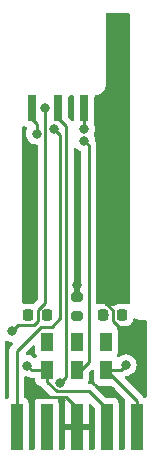
<source format=gbr>
%TF.GenerationSoftware,KiCad,Pcbnew,(6.0.8-1)-1*%
%TF.CreationDate,2022-10-04T12:57:59-04:00*%
%TF.ProjectId,SWD_pogoadapter,5357445f-706f-4676-9f61-646170746572,rev?*%
%TF.SameCoordinates,Original*%
%TF.FileFunction,Copper,L1,Top*%
%TF.FilePolarity,Positive*%
%FSLAX46Y46*%
G04 Gerber Fmt 4.6, Leading zero omitted, Abs format (unit mm)*
G04 Created by KiCad (PCBNEW (6.0.8-1)-1) date 2022-10-04 12:57:59*
%MOMM*%
%LPD*%
G01*
G04 APERTURE LIST*
G04 Aperture macros list*
%AMRoundRect*
0 Rectangle with rounded corners*
0 $1 Rounding radius*
0 $2 $3 $4 $5 $6 $7 $8 $9 X,Y pos of 4 corners*
0 Add a 4 corners polygon primitive as box body*
4,1,4,$2,$3,$4,$5,$6,$7,$8,$9,$2,$3,0*
0 Add four circle primitives for the rounded corners*
1,1,$1+$1,$2,$3*
1,1,$1+$1,$4,$5*
1,1,$1+$1,$6,$7*
1,1,$1+$1,$8,$9*
0 Add four rect primitives between the rounded corners*
20,1,$1+$1,$2,$3,$4,$5,0*
20,1,$1+$1,$4,$5,$6,$7,0*
20,1,$1+$1,$6,$7,$8,$9,0*
20,1,$1+$1,$8,$9,$2,$3,0*%
G04 Aperture macros list end*
%TA.AperFunction,SMDPad,CuDef*%
%ADD10RoundRect,0.218750X-0.218750X-0.256250X0.218750X-0.256250X0.218750X0.256250X-0.218750X0.256250X0*%
%TD*%
%TA.AperFunction,SMDPad,CuDef*%
%ADD11R,0.700000X2.200000*%
%TD*%
%TA.AperFunction,SMDPad,CuDef*%
%ADD12RoundRect,0.218750X0.218750X0.256250X-0.218750X0.256250X-0.218750X-0.256250X0.218750X-0.256250X0*%
%TD*%
%TA.AperFunction,SMDPad,CuDef*%
%ADD13R,1.000000X1.600000*%
%TD*%
%TA.AperFunction,SMDPad,CuDef*%
%ADD14R,1.000000X4.000000*%
%TD*%
%TA.AperFunction,SMDPad,CuDef*%
%ADD15RoundRect,0.200000X0.275000X-0.200000X0.275000X0.200000X-0.275000X0.200000X-0.275000X-0.200000X0*%
%TD*%
%TA.AperFunction,ViaPad*%
%ADD16C,0.800000*%
%TD*%
%TA.AperFunction,Conductor*%
%ADD17C,0.250000*%
%TD*%
G04 APERTURE END LIST*
D10*
%TO.P,D1,1,K*%
%TO.N,Net-(D1-Pad1)*%
X150215500Y-98489000D03*
%TO.P,D1,2,A*%
%TO.N,5V*%
X151790500Y-98489000D03*
%TD*%
D11*
%TO.P,J2,1,Pin_1*%
%TO.N,SUPPLYV*%
X144185000Y-80945000D03*
%TO.P,J2,2,Pin_2*%
%TO.N,SWDIO*%
X146385000Y-80945000D03*
%TO.P,J2,3,Pin_3*%
%TO.N,NRESET*%
X148585000Y-80945000D03*
%TD*%
D12*
%TO.P,D2,1,K*%
%TO.N,Net-(D1-Pad1)*%
X145440500Y-98489000D03*
%TO.P,D2,2,A*%
%TO.N,3V3*%
X143865500Y-98489000D03*
%TD*%
D13*
%TO.P,SW1,1,A*%
%TO.N,3V3*%
X145455000Y-103120000D03*
%TO.P,SW1,2,B*%
%TO.N,SUPPLYV*%
X147955000Y-103120000D03*
%TO.P,SW1,3,C*%
%TO.N,5V*%
X150455000Y-103120000D03*
%TO.P,SW1,4,A*%
%TO.N,unconnected-(SW1-Pad4)*%
X145455000Y-100720000D03*
%TO.P,SW1,5,B*%
%TO.N,unconnected-(SW1-Pad5)*%
X147955000Y-100720000D03*
%TO.P,SW1,6,C*%
%TO.N,unconnected-(SW1-Pad6)*%
X150455000Y-100720000D03*
%TD*%
D14*
%TO.P,J1,1,Pin_1*%
%TO.N,NRESET*%
X142873000Y-107952000D03*
%TO.P,J1,2,Pin_2*%
%TO.N,SWIM*%
X145413000Y-107952000D03*
%TO.P,J1,3,Pin_3*%
%TO.N,GND*%
X147953000Y-107952000D03*
%TO.P,J1,4,Pin_4*%
%TO.N,3V3*%
X150493000Y-107952000D03*
%TO.P,J1,5,Pin_5*%
%TO.N,5V*%
X153033000Y-107952000D03*
%TD*%
D15*
%TO.P,R1,1*%
%TO.N,Net-(D1-Pad1)*%
X147955000Y-98552000D03*
%TO.P,R1,2*%
%TO.N,GND*%
X147955000Y-96902000D03*
%TD*%
D16*
%TO.N,SUPPLYV*%
X148590000Y-83676503D03*
X147955000Y-103455000D03*
X144563500Y-83094500D03*
%TO.N,GND*%
X150368000Y-96774000D03*
X150876000Y-104902000D03*
X147955000Y-95885000D03*
X144145000Y-105029000D03*
X144145000Y-96774000D03*
X153289000Y-99441000D03*
X147955000Y-107950000D03*
%TO.N,Net-(D1-Pad1)*%
X147986500Y-98520500D03*
X145415000Y-98489000D03*
X150241000Y-98489000D03*
%TO.N,5V*%
X152122820Y-102681761D03*
X151790500Y-98489000D03*
X153033000Y-107952000D03*
%TO.N,3V3*%
X150495000Y-107950000D03*
X143865500Y-98489000D03*
X143747236Y-102730224D03*
%TO.N,NRESET*%
X148590000Y-82677000D03*
X146050000Y-82677000D03*
%TO.N,SWDIO*%
X146558000Y-104166500D03*
%TO.N,SWCLK*%
X142494000Y-99822000D03*
X145288000Y-80899000D03*
%TD*%
D17*
%TO.N,SUPPLYV*%
X148590000Y-83676503D02*
X148971000Y-84057503D01*
X148971000Y-84057503D02*
X148971000Y-102439000D01*
X148971000Y-102439000D02*
X147955000Y-103455000D01*
%TO.N,NRESET*%
X146558000Y-98737000D02*
X145854000Y-99441000D01*
X144934000Y-99441000D02*
X142873000Y-101502000D01*
X146050000Y-82677000D02*
X146558000Y-83185000D01*
X146558000Y-83185000D02*
X146558000Y-98737000D01*
X145854000Y-99441000D02*
X144934000Y-99441000D01*
X142873000Y-101502000D02*
X142873000Y-107952000D01*
%TO.N,SUPPLYV*%
X144563500Y-83094500D02*
X144563500Y-82253500D01*
X144563500Y-82253500D02*
X144185000Y-81875000D01*
X144185000Y-81875000D02*
X144185000Y-80945000D01*
%TO.N,SWCLK*%
X144678000Y-98920479D02*
X144309479Y-99289000D01*
X144678000Y-98007521D02*
X144678000Y-98920479D01*
X144309479Y-99289000D02*
X143027000Y-99289000D01*
X143027000Y-99289000D02*
X142494000Y-99822000D01*
X145288000Y-97397521D02*
X144678000Y-98007521D01*
X145288000Y-80899000D02*
X145288000Y-97397521D01*
%TO.N,NRESET*%
X148590000Y-82677000D02*
X148590000Y-80950000D01*
X148590000Y-80950000D02*
X148585000Y-80945000D01*
%TO.N,SUPPLYV*%
X147955000Y-103120000D02*
X147955000Y-103455000D01*
%TO.N,GND*%
X147953000Y-106297000D02*
X147953000Y-107952000D01*
X147008000Y-105352000D02*
X147953000Y-106297000D01*
X150368000Y-96774000D02*
X150368000Y-97397521D01*
X151498521Y-99441000D02*
X153289000Y-99441000D01*
X150368000Y-97397521D02*
X151003000Y-98032521D01*
X144145000Y-105029000D02*
X144468000Y-105352000D01*
X144468000Y-105352000D02*
X147008000Y-105352000D01*
X151003000Y-98945479D02*
X151498521Y-99441000D01*
X151003000Y-98032521D02*
X151003000Y-98945479D01*
%TO.N,Net-(D1-Pad1)*%
X148018000Y-98489000D02*
X147986500Y-98520500D01*
X147986500Y-98520500D02*
X147955000Y-98552000D01*
X147892000Y-98489000D02*
X147955000Y-98552000D01*
%TO.N,5V*%
X153033000Y-107952000D02*
X153033000Y-105698000D01*
X153033000Y-105698000D02*
X150455000Y-103120000D01*
X151684581Y-103120000D02*
X152122820Y-102681761D01*
X150455000Y-103120000D02*
X151684581Y-103120000D01*
%TO.N,3V3*%
X148971000Y-104902000D02*
X146268195Y-104902000D01*
X150495000Y-107950000D02*
X150495000Y-106426000D01*
X150495000Y-106426000D02*
X148971000Y-104902000D01*
X146268195Y-104902000D02*
X145455000Y-104088805D01*
X145455000Y-104088805D02*
X145455000Y-103120000D01*
X144137012Y-103120000D02*
X143747236Y-102730224D01*
X145455000Y-103120000D02*
X144137012Y-103120000D01*
%TO.N,SWDIO*%
X147066000Y-103658500D02*
X147066000Y-82454750D01*
X147066000Y-82454750D02*
X146385000Y-81773750D01*
X146385000Y-81773750D02*
X146385000Y-80945000D01*
X146558000Y-104166500D02*
X147066000Y-103658500D01*
%TO.N,SWIM*%
X145413000Y-106428000D02*
X145413000Y-107952000D01*
X145764500Y-106076500D02*
X145413000Y-106428000D01*
%TD*%
%TA.AperFunction,Conductor*%
%TO.N,GND*%
G36*
X143651749Y-103638724D02*
G01*
X143729010Y-103638724D01*
X143797131Y-103658726D01*
X143805396Y-103664571D01*
X143805711Y-103664757D01*
X143811972Y-103669614D01*
X143852552Y-103687174D01*
X143863200Y-103692391D01*
X143888501Y-103706300D01*
X143901952Y-103713695D01*
X143909628Y-103715666D01*
X143909631Y-103715667D01*
X143921574Y-103718733D01*
X143940279Y-103725137D01*
X143958867Y-103733181D01*
X143966690Y-103734420D01*
X143966700Y-103734423D01*
X144002536Y-103740099D01*
X144014156Y-103742505D01*
X144049301Y-103751528D01*
X144056982Y-103753500D01*
X144077236Y-103753500D01*
X144096946Y-103755051D01*
X144116955Y-103758220D01*
X144124847Y-103757474D01*
X144160973Y-103754059D01*
X144172831Y-103753500D01*
X144320500Y-103753500D01*
X144388621Y-103773502D01*
X144435114Y-103827158D01*
X144446500Y-103879500D01*
X144446500Y-103968134D01*
X144453255Y-104030316D01*
X144504385Y-104166705D01*
X144591739Y-104283261D01*
X144708295Y-104370615D01*
X144844684Y-104421745D01*
X144852536Y-104422598D01*
X144852540Y-104422599D01*
X144858906Y-104423290D01*
X144924468Y-104450531D01*
X144944857Y-104471325D01*
X144946422Y-104473342D01*
X144950458Y-104480167D01*
X144964779Y-104494488D01*
X144977619Y-104509521D01*
X144989528Y-104525912D01*
X144995634Y-104530963D01*
X145023605Y-104554103D01*
X145032384Y-104562093D01*
X145698696Y-105228405D01*
X145732722Y-105290717D01*
X145727657Y-105361532D01*
X145685110Y-105418368D01*
X145618590Y-105443179D01*
X145609601Y-105443500D01*
X144864866Y-105443500D01*
X144802684Y-105450255D01*
X144666295Y-105501385D01*
X144549739Y-105588739D01*
X144462385Y-105705295D01*
X144411255Y-105841684D01*
X144404500Y-105903866D01*
X144404500Y-109710500D01*
X144384498Y-109778621D01*
X144330842Y-109825114D01*
X144278500Y-109836500D01*
X144007500Y-109836500D01*
X143939379Y-109816498D01*
X143892886Y-109762842D01*
X143881500Y-109710500D01*
X143881500Y-105903866D01*
X143874745Y-105841684D01*
X143823615Y-105705295D01*
X143736261Y-105588739D01*
X143619705Y-105501385D01*
X143611296Y-105498232D01*
X143611293Y-105498231D01*
X143588269Y-105489599D01*
X143531505Y-105446957D01*
X143506806Y-105380395D01*
X143506500Y-105371618D01*
X143506500Y-103762701D01*
X143526502Y-103694580D01*
X143580158Y-103648087D01*
X143645561Y-103637409D01*
X143651749Y-103638724D01*
G37*
%TD.AperFunction*%
%TA.AperFunction,Conductor*%
G36*
X146952895Y-105555502D02*
G01*
X146999388Y-105609158D01*
X147009492Y-105679432D01*
X147002756Y-105705730D01*
X146954522Y-105834394D01*
X146950895Y-105849649D01*
X146945369Y-105900514D01*
X146945000Y-105907328D01*
X146945000Y-107679885D01*
X146949475Y-107695124D01*
X146950865Y-107696329D01*
X146958548Y-107698000D01*
X148942884Y-107698000D01*
X148958123Y-107693525D01*
X148959328Y-107692135D01*
X148960999Y-107684452D01*
X148960999Y-106092093D01*
X148981001Y-106023972D01*
X149034657Y-105977479D01*
X149104931Y-105967375D01*
X149169511Y-105996869D01*
X149176094Y-106002998D01*
X149447595Y-106274499D01*
X149481621Y-106336811D01*
X149484500Y-106363594D01*
X149484500Y-109710500D01*
X149464498Y-109778621D01*
X149410842Y-109825114D01*
X149358500Y-109836500D01*
X149087000Y-109836500D01*
X149018879Y-109816498D01*
X148972386Y-109762842D01*
X148961000Y-109710500D01*
X148961000Y-108224115D01*
X148956525Y-108208876D01*
X148955135Y-108207671D01*
X148947452Y-108206000D01*
X146963116Y-108206000D01*
X146947877Y-108210475D01*
X146946672Y-108211865D01*
X146945001Y-108219548D01*
X146945001Y-109710500D01*
X146924999Y-109778621D01*
X146871343Y-109825114D01*
X146819001Y-109836500D01*
X146547500Y-109836500D01*
X146479379Y-109816498D01*
X146432886Y-109762842D01*
X146421500Y-109710500D01*
X146421500Y-105903866D01*
X146414745Y-105841684D01*
X146363778Y-105705730D01*
X146358595Y-105634922D01*
X146392516Y-105572553D01*
X146454771Y-105538424D01*
X146481760Y-105535500D01*
X146884774Y-105535500D01*
X146952895Y-105555502D01*
G37*
%TD.AperFunction*%
%TA.AperFunction,Conductor*%
G36*
X149364532Y-103045539D02*
G01*
X149421368Y-103088086D01*
X149446179Y-103154606D01*
X149446500Y-103163595D01*
X149446500Y-103968134D01*
X149453255Y-104030316D01*
X149504385Y-104166705D01*
X149509771Y-104173891D01*
X149565228Y-104247887D01*
X149584366Y-104299110D01*
X149637329Y-104317429D01*
X149708295Y-104370615D01*
X149844684Y-104421745D01*
X149906866Y-104428500D01*
X150815406Y-104428500D01*
X150883527Y-104448502D01*
X150904501Y-104465405D01*
X152041928Y-105602832D01*
X152075954Y-105665144D01*
X152070815Y-105736156D01*
X152034029Y-105834282D01*
X152034027Y-105834288D01*
X152031255Y-105841684D01*
X152024500Y-105903866D01*
X152024500Y-109710500D01*
X152004498Y-109778621D01*
X151950842Y-109825114D01*
X151898500Y-109836500D01*
X151627500Y-109836500D01*
X151559379Y-109816498D01*
X151512886Y-109762842D01*
X151501500Y-109710500D01*
X151501500Y-105903866D01*
X151494745Y-105841684D01*
X151443615Y-105705295D01*
X151356261Y-105588739D01*
X151239705Y-105501385D01*
X151103316Y-105450255D01*
X151041134Y-105443500D01*
X150460595Y-105443500D01*
X150392474Y-105423498D01*
X150371500Y-105406595D01*
X149474652Y-104509747D01*
X149467112Y-104501461D01*
X149463430Y-104495659D01*
X149441165Y-104443804D01*
X149388949Y-104424362D01*
X149378150Y-104415303D01*
X149352101Y-104390841D01*
X149352097Y-104390838D01*
X149346321Y-104385414D01*
X149339375Y-104381595D01*
X149339372Y-104381593D01*
X149328566Y-104375652D01*
X149312047Y-104364801D01*
X149311583Y-104364441D01*
X149296041Y-104352386D01*
X149288772Y-104349241D01*
X149288768Y-104349238D01*
X149255463Y-104334826D01*
X149244813Y-104329609D01*
X149206060Y-104308305D01*
X149186437Y-104303267D01*
X149167734Y-104296863D01*
X149156420Y-104291967D01*
X149156419Y-104291967D01*
X149149145Y-104288819D01*
X149141322Y-104287580D01*
X149141312Y-104287577D01*
X149105476Y-104281901D01*
X149093856Y-104279495D01*
X149058711Y-104270472D01*
X149058710Y-104270472D01*
X149051030Y-104268500D01*
X149043101Y-104268500D01*
X149035240Y-104267507D01*
X149035620Y-104264497D01*
X148981131Y-104248498D01*
X148934638Y-104194842D01*
X148924534Y-104124568D01*
X148931270Y-104098270D01*
X148953971Y-104037715D01*
X148956745Y-104030316D01*
X148963500Y-103968134D01*
X148963500Y-103394595D01*
X148983502Y-103326474D01*
X149000405Y-103305500D01*
X149231405Y-103074500D01*
X149293717Y-103040474D01*
X149364532Y-103045539D01*
G37*
%TD.AperFunction*%
%TA.AperFunction,Conductor*%
G36*
X152922757Y-98717667D02*
G01*
X152924321Y-98718570D01*
X152928824Y-98721723D01*
X153008790Y-98759012D01*
X153082905Y-98793572D01*
X153088755Y-98796300D01*
X153094063Y-98797722D01*
X153094065Y-98797723D01*
X153253892Y-98840548D01*
X153253893Y-98840548D01*
X153259207Y-98841972D01*
X153388712Y-98853302D01*
X153398626Y-98854568D01*
X153407689Y-98856093D01*
X153417656Y-98857770D01*
X153417658Y-98857770D01*
X153422448Y-98858576D01*
X153428724Y-98858652D01*
X153430140Y-98858670D01*
X153430143Y-98858670D01*
X153435000Y-98858729D01*
X153462624Y-98854773D01*
X153480486Y-98853500D01*
X153750500Y-98853500D01*
X153818621Y-98873502D01*
X153865114Y-98927158D01*
X153876500Y-98979500D01*
X153876500Y-105355873D01*
X153856498Y-105423994D01*
X153802842Y-105470487D01*
X153732568Y-105480591D01*
X153706272Y-105473855D01*
X153663108Y-105457674D01*
X153606343Y-105415033D01*
X153596922Y-105400394D01*
X153595470Y-105397754D01*
X153592552Y-105390383D01*
X153566563Y-105354612D01*
X153560047Y-105344692D01*
X153541578Y-105313463D01*
X153537542Y-105306638D01*
X153523221Y-105292317D01*
X153510380Y-105277283D01*
X153503131Y-105267306D01*
X153498472Y-105260893D01*
X153464395Y-105232702D01*
X153455616Y-105224712D01*
X152052118Y-103821214D01*
X152018092Y-103758902D01*
X152023157Y-103688087D01*
X152063982Y-103632563D01*
X152069120Y-103628577D01*
X152075943Y-103624542D01*
X152081552Y-103618933D01*
X152084424Y-103616705D01*
X152150508Y-103590755D01*
X152161655Y-103590261D01*
X152218307Y-103590261D01*
X152224759Y-103588889D01*
X152224764Y-103588889D01*
X152311707Y-103570408D01*
X152405108Y-103550555D01*
X152411139Y-103547870D01*
X152573542Y-103475564D01*
X152573544Y-103475563D01*
X152579572Y-103472879D01*
X152734073Y-103360627D01*
X152750480Y-103342405D01*
X152857441Y-103223613D01*
X152857442Y-103223612D01*
X152861860Y-103218705D01*
X152957347Y-103053317D01*
X153016362Y-102871689D01*
X153036324Y-102681761D01*
X153016362Y-102491833D01*
X152957347Y-102310205D01*
X152861860Y-102144817D01*
X152797462Y-102073295D01*
X152738495Y-102007806D01*
X152738494Y-102007805D01*
X152734073Y-102002895D01*
X152579572Y-101890643D01*
X152573544Y-101887959D01*
X152573542Y-101887958D01*
X152411139Y-101815652D01*
X152411138Y-101815652D01*
X152405108Y-101812967D01*
X152311708Y-101793114D01*
X152224764Y-101774633D01*
X152224759Y-101774633D01*
X152218307Y-101773261D01*
X152027333Y-101773261D01*
X152020881Y-101774633D01*
X152020876Y-101774633D01*
X151933932Y-101793114D01*
X151840532Y-101812967D01*
X151834502Y-101815652D01*
X151834501Y-101815652D01*
X151672098Y-101887958D01*
X151672096Y-101887959D01*
X151666068Y-101890643D01*
X151660727Y-101894523D01*
X151660726Y-101894524D01*
X151566344Y-101963097D01*
X151499476Y-101986955D01*
X151430325Y-101970875D01*
X151380845Y-101919961D01*
X151366745Y-101850379D01*
X151391457Y-101785596D01*
X151399673Y-101774633D01*
X151405615Y-101766705D01*
X151456745Y-101630316D01*
X151463500Y-101568134D01*
X151463500Y-99871866D01*
X151456745Y-99809684D01*
X151405615Y-99673295D01*
X151400229Y-99666108D01*
X151395921Y-99658240D01*
X151399177Y-99656457D01*
X151380505Y-99606316D01*
X151395633Y-99536950D01*
X151445862Y-99486774D01*
X151516991Y-99472464D01*
X151517014Y-99472008D01*
X151518804Y-99472099D01*
X151519045Y-99472051D01*
X151520225Y-99472172D01*
X151520228Y-99472172D01*
X151523428Y-99472500D01*
X152057572Y-99472500D01*
X152060818Y-99472163D01*
X152060822Y-99472163D01*
X152094603Y-99468658D01*
X152158982Y-99461978D01*
X152319849Y-99408308D01*
X152464055Y-99319071D01*
X152583864Y-99199053D01*
X152672849Y-99054692D01*
X152680747Y-99030882D01*
X152724072Y-98900262D01*
X152724072Y-98900260D01*
X152726238Y-98893731D01*
X152734413Y-98813943D01*
X152761254Y-98748216D01*
X152819369Y-98707434D01*
X152890307Y-98704546D01*
X152922757Y-98717667D01*
G37*
%TD.AperFunction*%
%TA.AperFunction,Conductor*%
G36*
X152368621Y-72873502D02*
G01*
X152415114Y-72927158D01*
X152426500Y-72979500D01*
X152426500Y-97430366D01*
X152406498Y-97498487D01*
X152352842Y-97544980D01*
X152282568Y-97555084D01*
X152260833Y-97549959D01*
X152164265Y-97517929D01*
X152164263Y-97517929D01*
X152157731Y-97515762D01*
X152057572Y-97505500D01*
X151523428Y-97505500D01*
X151520182Y-97505837D01*
X151520178Y-97505837D01*
X151486397Y-97509342D01*
X151422018Y-97516022D01*
X151261151Y-97569692D01*
X151116945Y-97658929D01*
X151092113Y-97683805D01*
X151029832Y-97717884D01*
X150959012Y-97712882D01*
X150913922Y-97683960D01*
X150893233Y-97663307D01*
X150888053Y-97658136D01*
X150743692Y-97569151D01*
X150685831Y-97549959D01*
X150589262Y-97517928D01*
X150589260Y-97517928D01*
X150582731Y-97515762D01*
X150482572Y-97505500D01*
X149948428Y-97505500D01*
X149945182Y-97505837D01*
X149945178Y-97505837D01*
X149911397Y-97509342D01*
X149847018Y-97516022D01*
X149770376Y-97541592D01*
X149699427Y-97544178D01*
X149638343Y-97507994D01*
X149606518Y-97444530D01*
X149604500Y-97422069D01*
X149604500Y-84136266D01*
X149605027Y-84125082D01*
X149606701Y-84117594D01*
X149604562Y-84049535D01*
X149604500Y-84045578D01*
X149604500Y-84017647D01*
X149603994Y-84013641D01*
X149603061Y-84001795D01*
X149601922Y-83965540D01*
X149601673Y-83957613D01*
X149596022Y-83938161D01*
X149592014Y-83918809D01*
X149590468Y-83906571D01*
X149590467Y-83906569D01*
X149589474Y-83898706D01*
X149573194Y-83857589D01*
X149569359Y-83846388D01*
X149557018Y-83803909D01*
X149552985Y-83797090D01*
X149552983Y-83797085D01*
X149546707Y-83786474D01*
X149538010Y-83768724D01*
X149530552Y-83749886D01*
X149525890Y-83743469D01*
X149522073Y-83736526D01*
X149523861Y-83735543D01*
X149504639Y-83676384D01*
X149503504Y-83676503D01*
X149502943Y-83671165D01*
X149483542Y-83486575D01*
X149424527Y-83304947D01*
X149386885Y-83239750D01*
X149370148Y-83170758D01*
X149386886Y-83113752D01*
X149421223Y-83054279D01*
X149421224Y-83054278D01*
X149424527Y-83048556D01*
X149483542Y-82866928D01*
X149503504Y-82677000D01*
X149489814Y-82546745D01*
X149484232Y-82493635D01*
X149484232Y-82493633D01*
X149483542Y-82487072D01*
X149440583Y-82354860D01*
X149426568Y-82311725D01*
X149426567Y-82311724D01*
X149424527Y-82305444D01*
X149421251Y-82299771D01*
X149411819Y-82229423D01*
X149418378Y-82204311D01*
X149433971Y-82162718D01*
X149433973Y-82162711D01*
X149436745Y-82155316D01*
X149443500Y-82093134D01*
X149443500Y-79972067D01*
X149463502Y-79903946D01*
X149517158Y-79857453D01*
X149558517Y-79846547D01*
X149605302Y-79842453D01*
X149605309Y-79842452D01*
X149610793Y-79841972D01*
X149616107Y-79840548D01*
X149616108Y-79840548D01*
X149775935Y-79797723D01*
X149775937Y-79797722D01*
X149781245Y-79796300D01*
X149786227Y-79793977D01*
X149936189Y-79724049D01*
X149936194Y-79724046D01*
X149941176Y-79721723D01*
X150021874Y-79665217D01*
X150081216Y-79623666D01*
X150081219Y-79623664D01*
X150085727Y-79620507D01*
X150210507Y-79495727D01*
X150311723Y-79351176D01*
X150314046Y-79346194D01*
X150314049Y-79346189D01*
X150383977Y-79196227D01*
X150383978Y-79196226D01*
X150386300Y-79191245D01*
X150431972Y-79020793D01*
X150443302Y-78891288D01*
X150444569Y-78881368D01*
X150447770Y-78862344D01*
X150447770Y-78862342D01*
X150448576Y-78857552D01*
X150448729Y-78845000D01*
X150444773Y-78817376D01*
X150443500Y-78799514D01*
X150443500Y-72979500D01*
X150463502Y-72911379D01*
X150517158Y-72864886D01*
X150569500Y-72853500D01*
X152300500Y-72853500D01*
X152368621Y-72873502D01*
G37*
%TD.AperFunction*%
%TA.AperFunction,Conductor*%
G36*
X143545065Y-82463216D02*
G01*
X143588295Y-82495615D01*
X143596704Y-82498767D01*
X143596705Y-82498768D01*
X143672595Y-82527218D01*
X143729360Y-82569859D01*
X143754060Y-82636421D01*
X143737487Y-82708197D01*
X143728973Y-82722944D01*
X143669958Y-82904572D01*
X143649996Y-83094500D01*
X143650686Y-83101065D01*
X143665263Y-83239753D01*
X143669958Y-83284428D01*
X143728973Y-83466056D01*
X143732276Y-83471778D01*
X143732277Y-83471779D01*
X143737195Y-83480297D01*
X143824460Y-83631444D01*
X143828878Y-83636351D01*
X143828879Y-83636352D01*
X143947825Y-83768455D01*
X143952247Y-83773366D01*
X144106748Y-83885618D01*
X144112776Y-83888302D01*
X144112778Y-83888303D01*
X144203377Y-83928640D01*
X144281212Y-83963294D01*
X144374613Y-83983147D01*
X144461556Y-84001628D01*
X144461561Y-84001628D01*
X144468013Y-84003000D01*
X144528500Y-84003000D01*
X144596621Y-84023002D01*
X144643114Y-84076658D01*
X144654500Y-84129000D01*
X144654500Y-97082926D01*
X144634498Y-97151047D01*
X144617595Y-97172021D01*
X144312386Y-97477230D01*
X144250074Y-97511256D01*
X144210449Y-97513479D01*
X144132572Y-97505500D01*
X143598428Y-97505500D01*
X143595182Y-97505837D01*
X143595178Y-97505837D01*
X143503869Y-97515311D01*
X143503868Y-97515311D01*
X143497018Y-97516022D01*
X143494472Y-97516871D01*
X143425286Y-97511817D01*
X143368516Y-97469183D01*
X143343807Y-97402625D01*
X143343500Y-97393829D01*
X143343500Y-82564042D01*
X143363502Y-82495921D01*
X143417158Y-82449428D01*
X143487432Y-82439324D01*
X143545065Y-82463216D01*
G37*
%TD.AperFunction*%
%TA.AperFunction,Conductor*%
G36*
X147908012Y-84278250D02*
G01*
X147919134Y-84289162D01*
X147978747Y-84355369D01*
X148133248Y-84467621D01*
X148139274Y-84470304D01*
X148139281Y-84470308D01*
X148262748Y-84525278D01*
X148316844Y-84571258D01*
X148337500Y-84640385D01*
X148337500Y-95868000D01*
X148317498Y-95936121D01*
X148263842Y-95982614D01*
X148243926Y-95986946D01*
X148244498Y-95988896D01*
X148211876Y-95998475D01*
X148210671Y-95999865D01*
X148209000Y-96007548D01*
X148209000Y-97030000D01*
X148188998Y-97098121D01*
X148135342Y-97144614D01*
X148083000Y-97156000D01*
X147827000Y-97156000D01*
X147758879Y-97135998D01*
X147712386Y-97082342D01*
X147701000Y-97030000D01*
X147701000Y-95999326D01*
X147699500Y-95988892D01*
X147699500Y-84373474D01*
X147719502Y-84305353D01*
X147773158Y-84258860D01*
X147843432Y-84248756D01*
X147908012Y-84278250D01*
G37*
%TD.AperFunction*%
%TD*%
%TA.AperFunction,NonConductor*%
G36*
X147668621Y-79873502D02*
G01*
X147715114Y-79927158D01*
X147726500Y-79979500D01*
X147726500Y-81911221D01*
X147706498Y-81979342D01*
X147652842Y-82025835D01*
X147582568Y-82035939D01*
X147520184Y-82008305D01*
X147497406Y-81989461D01*
X147488627Y-81981472D01*
X147280405Y-81773250D01*
X147246379Y-81710938D01*
X147243500Y-81684155D01*
X147243500Y-79979500D01*
X147263502Y-79911379D01*
X147317158Y-79864886D01*
X147369500Y-79853500D01*
X147600500Y-79853500D01*
X147668621Y-79873502D01*
G37*
%TD.AperFunction*%
%TA.AperFunction,NonConductor*%
G36*
X144364532Y-101010538D02*
G01*
X144421368Y-101053085D01*
X144446179Y-101119605D01*
X144446500Y-101128594D01*
X144446500Y-101568134D01*
X144453255Y-101630316D01*
X144504385Y-101766705D01*
X144509770Y-101773890D01*
X144509771Y-101773892D01*
X144562640Y-101844435D01*
X144587488Y-101910942D01*
X144572435Y-101980324D01*
X144562640Y-101995565D01*
X144537683Y-102028865D01*
X144480824Y-102071380D01*
X144410005Y-102076406D01*
X144359216Y-102050357D01*
X144358489Y-102051358D01*
X144209330Y-101942987D01*
X144209329Y-101942986D01*
X144203988Y-101939106D01*
X144197960Y-101936422D01*
X144197958Y-101936421D01*
X144035555Y-101864115D01*
X144035554Y-101864115D01*
X144029524Y-101861430D01*
X143936123Y-101841577D01*
X143849180Y-101823096D01*
X143849175Y-101823096D01*
X143842723Y-101821724D01*
X143753370Y-101821724D01*
X143685249Y-101801722D01*
X143638756Y-101748066D01*
X143628652Y-101677792D01*
X143658146Y-101613212D01*
X143664275Y-101606629D01*
X144231405Y-101039499D01*
X144293717Y-101005473D01*
X144364532Y-101010538D01*
G37*
%TD.AperFunction*%
%TA.AperFunction,NonConductor*%
G36*
X142070748Y-100628034D02*
G01*
X142205677Y-100688108D01*
X142205685Y-100688111D01*
X142211712Y-100690794D01*
X142305112Y-100710647D01*
X142392056Y-100729128D01*
X142392061Y-100729128D01*
X142398513Y-100730500D01*
X142444405Y-100730500D01*
X142512526Y-100750502D01*
X142559019Y-100804158D01*
X142569123Y-100874432D01*
X142539629Y-100939012D01*
X142533500Y-100945595D01*
X142480747Y-100998348D01*
X142472461Y-101005888D01*
X142465982Y-101010000D01*
X142460557Y-101015777D01*
X142419357Y-101059651D01*
X142416602Y-101062493D01*
X142396865Y-101082230D01*
X142394385Y-101085427D01*
X142386682Y-101094447D01*
X142356414Y-101126679D01*
X142352595Y-101133625D01*
X142352593Y-101133628D01*
X142346652Y-101144434D01*
X142335801Y-101160953D01*
X142323386Y-101176959D01*
X142320241Y-101184228D01*
X142320238Y-101184232D01*
X142305826Y-101217537D01*
X142300609Y-101228187D01*
X142279305Y-101266940D01*
X142277334Y-101274615D01*
X142277334Y-101274616D01*
X142274267Y-101286562D01*
X142267863Y-101305266D01*
X142259819Y-101323855D01*
X142258580Y-101331678D01*
X142258577Y-101331688D01*
X142252901Y-101367524D01*
X142250495Y-101379144D01*
X142239500Y-101421970D01*
X142239500Y-101442224D01*
X142237949Y-101461934D01*
X142234780Y-101481943D01*
X142235526Y-101489835D01*
X142238941Y-101525961D01*
X142239500Y-101537819D01*
X142239500Y-105371618D01*
X142219498Y-105439739D01*
X142165842Y-105486232D01*
X142157731Y-105489599D01*
X142134707Y-105498231D01*
X142134704Y-105498232D01*
X142126295Y-105501385D01*
X142095063Y-105524792D01*
X142028560Y-105549639D01*
X141959177Y-105534587D01*
X141908947Y-105484413D01*
X141893500Y-105423965D01*
X141893500Y-100743141D01*
X141913502Y-100675020D01*
X141967158Y-100628527D01*
X142037432Y-100618423D01*
X142070748Y-100628034D01*
G37*
%TD.AperFunction*%
M02*

</source>
